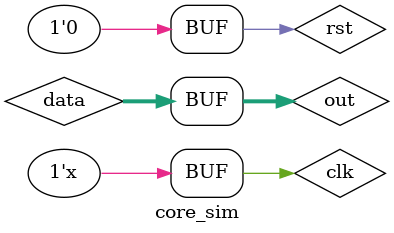
<source format=v>
`timescale 1ns / 1ps

module core_sim;
    reg clk, rst;
    wire [31:0]data;
    wire [31:0] out;
    RV32core core(
        .debug_en(1'b0),
        .debug_step(1'b0),
        .debug_addr(7'b1),
        .debug_data(out),
        .clk(clk),
        .rst(rst),
        .interrupter(1'b0)
    );

    initial begin
        clk = 0;
        rst = 1;
        #2 rst = 0;
    end
    always #1 clk = ~clk;
    assign data = out;

endmodule
</source>
